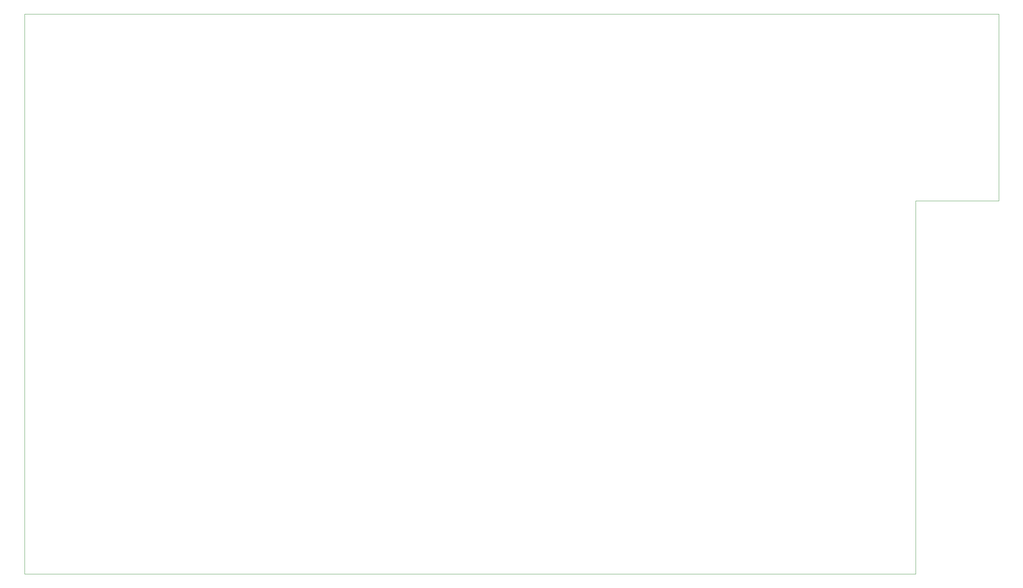
<source format=gbr>
%TF.GenerationSoftware,KiCad,Pcbnew,6.0.2+dfsg-1*%
%TF.CreationDate,2024-02-23T08:38:29-06:00*%
%TF.ProjectId,Backplan2,4261636b-706c-4616-9e32-2e6b69636164,rev?*%
%TF.SameCoordinates,Original*%
%TF.FileFunction,Profile,NP*%
%FSLAX46Y46*%
G04 Gerber Fmt 4.6, Leading zero omitted, Abs format (unit mm)*
G04 Created by KiCad (PCBNEW 6.0.2+dfsg-1) date 2024-02-23 08:38:29*
%MOMM*%
%LPD*%
G01*
G04 APERTURE LIST*
%TA.AperFunction,Profile*%
%ADD10C,0.100000*%
%TD*%
G04 APERTURE END LIST*
D10*
X270000000Y-20000000D02*
X270000000Y-65000000D01*
X250000000Y-65000000D02*
X270000000Y-65000000D01*
X250000000Y-155000000D02*
X250000000Y-65000000D01*
X35000000Y-20000000D02*
X35000000Y-155000000D01*
X90000000Y-155000000D02*
X35000000Y-155000000D01*
X250000000Y-20000000D02*
X270000000Y-20000000D01*
X90000000Y-155000000D02*
X245000000Y-155000000D01*
X250000000Y-20000000D02*
X35000000Y-20000000D01*
X245000000Y-155000000D02*
X250000000Y-155000000D01*
M02*

</source>
